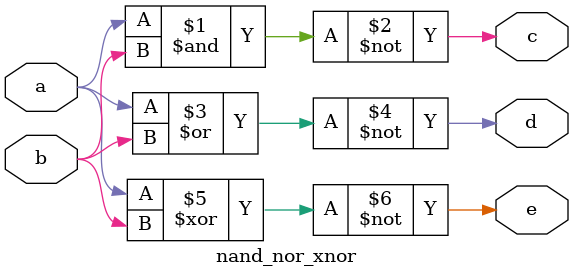
<source format=v>
module nand_nor_xnor(input a,b, output c,d,e);
nand(c, a,b);
nor(d, a,b);
xnor(e, a,b);
endmodule
</source>
